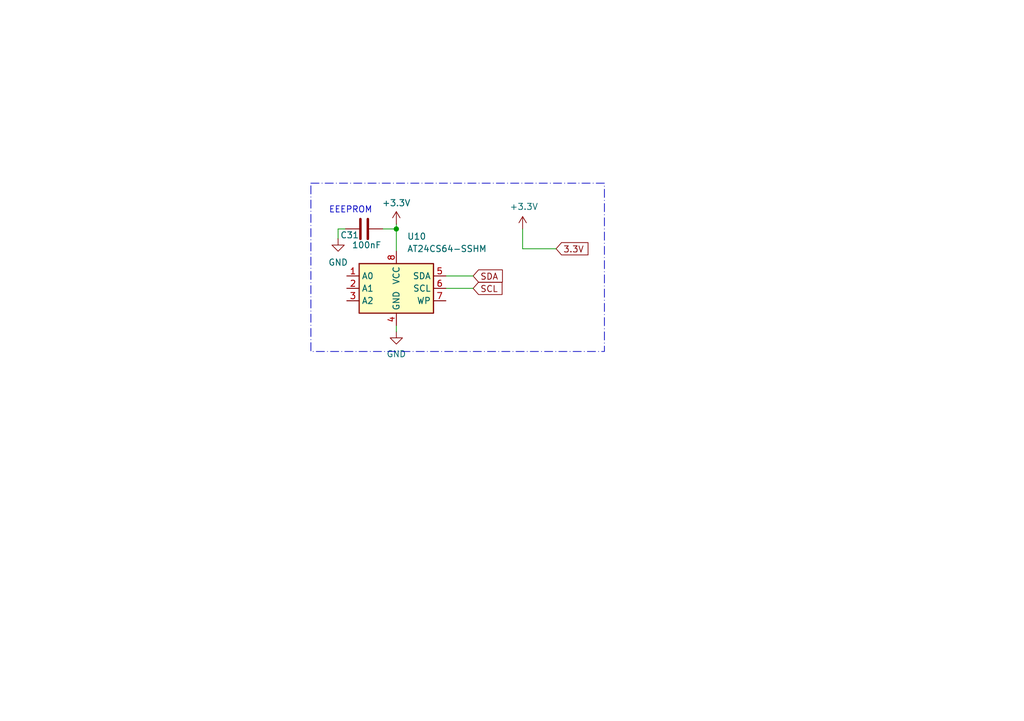
<source format=kicad_sch>
(kicad_sch (version 20231120) (generator "eeschema") (generator_version "8.0")
  (paper "A5")
  (title_block (title "Flash Memory") (rev "V1.0") (company "MyoGen Solutions") (comment 1 "Designed By Eng. Ndambia M."))
  (lib_symbols
    (symbol "Device:C" (pin_numbers hide) (pin_names (offset 0.254))
      (property "Reference" "C" (at 0.635 2.54 0))
      (property "Value" "C" (at 0.635 -2.54 0))
      (symbol "C_0_1"
        (polyline (pts (xy -2.032 -0.762) (xy 2.032 -0.762)) (stroke (width 0.508)))
        (polyline (pts (xy -2.032 0.762) (xy 2.032 0.762)) (stroke (width 0.508)))
      )
      (symbol "C_1_1"
        (pin passive line (at 0 3.81 270) (length 2.794) (name "~") (number "1"))
        (pin passive line (at 0 -3.81 90) (length 2.794) (name "~") (number "2"))
      )
    )
    (symbol "Memory_EEPROM:AT24CS64-SSHM"
      (property "Reference" "U" (at -7.62 6.35 0))
      (property "Value" "AT24CS64-SSHM" (at 2.54 -6.35 0))
      (symbol "AT24CS64-SSHM_1_1"
        (rectangle (start -7.62 5.08) (end 7.62 -5.08) (stroke (width 0.254)) (fill (type background)))
        (pin input line (at -10.16 2.54 0) (length 2.54) (name "A0") (number "1"))
        (pin input line (at -10.16 0 0) (length 2.54) (name "A1") (number "2"))
        (pin input line (at -10.16 -2.54 0) (length 2.54) (name "A2") (number "3"))
        (pin power_in line (at 0 -7.62 90) (length 2.54) (name "GND") (number "4"))
        (pin bidirectional line (at 10.16 2.54 180) (length 2.54) (name "SDA") (number "5"))
        (pin input line (at 10.16 0 180) (length 2.54) (name "SCL") (number "6"))
        (pin input line (at 10.16 -2.54 180) (length 2.54) (name "WP") (number "7"))
        (pin power_in line (at 0 7.62 270) (length 2.54) (name "VCC") (number "8"))
      )
    )
    (symbol "power:+3.3V" (power) (pin_numbers hide) (pin_names (offset 0) hide)
      (property "Value" "+3.3V" (at 0 3.556 0))
      (symbol "+3.3V_0_1"
        (polyline (pts (xy -0.762 1.27) (xy 0 2.54)))
        (polyline (pts (xy 0 0) (xy 0 2.54)))
        (polyline (pts (xy 0 2.54) (xy 0.762 1.27)))
      )
      (symbol "+3.3V_1_1"
        (pin power_in line (at 0 0 90) (length 0) (name "~") (number "1"))
      )
    )
    (symbol "power:GND" (power) (pin_numbers hide) (pin_names (offset 0) hide)
      (property "Value" "GND" (at 0 -3.81 0))
      (symbol "GND_0_1"
        (polyline (pts (xy 0 0) (xy 0 -1.27) (xy 1.27 -1.27) (xy 0 -2.54) (xy -1.27 -1.27) (xy 0 -1.27)))
      )
      (symbol "GND_1_1"
        (pin power_in line (at 0 0 270) (length 0) (name "~") (number "1"))
      )
    )
  )
  (junction (at 81.28 46.99))
  (wire (pts (xy 91.44 56.642) (xy 97.028 56.642)))
  (wire (pts (xy 70.866 46.99) (xy 69.342 46.99)))
  (wire (pts (xy 107.188 46.99) (xy 107.188 51.054)))
  (wire (pts (xy 81.28 45.974) (xy 81.28 46.99)))
  (wire (pts (xy 69.342 46.99) (xy 69.342 49.022)))
  (wire (pts (xy 91.44 59.182) (xy 97.028 59.182)))
  (wire (pts (xy 107.188 51.054) (xy 114.046 51.054)))
  (wire (pts (xy 78.486 46.99) (xy 81.28 46.99)))
  (wire (pts (xy 81.28 66.802) (xy 81.28 68.072)))
  (wire (pts (xy 81.28 46.99) (xy 81.28 51.562)))
  (rectangle (start 63.754 37.592) (end 123.952 72.136) (stroke (width 0) (type dash_dot)))
  (text "EEEPROM " (at 72.39 43.18 0) (effects (font (size 1.27 1.27))))
  (global_label "SDA" (shape input) (at 97.028 56.642 0) (property "Intersheetrefs" "${INTERSHEET_REFS}" (effects (hide yes))))
  (global_label "SCL" (shape input) (at 97.028 59.182 0) (property "Intersheetrefs" "${INTERSHEET_REFS}" (effects (hide yes))))
  (global_label "3.3V" (shape input) (at 114.046 51.054 0) (property "Intersheetrefs" "${INTERSHEET_REFS}" (effects (hide yes))))
  (symbol (lib_id "Device:C") (at 74.676 46.99 90) (unit 1)
    (property "Reference" "C31" (at 73.66 48.26 90) (effects (justify left)))
    (property "Value" "100nF" (at 78.232 50.292 90) (effects (justify left)))
    (property "Footprint" "Capacitor_SMD:C_0603_1608Metric" (effects (hide yes)))
    (property "Description" "Unpolarized capacitor" (effects (hide yes)))
  )
  (symbol (lib_id "power:GND") (at 69.342 49.022 0) (unit 1)
    (property "Reference" "#PWR045" (effects (hide yes)))
    (property "Value" "GND" (at 69.342 53.848 0))
    (property "Description" "Power symbol creates a global label with name \"GND\" , ground" (effects (hide yes)))
  )
  (symbol (lib_id "power:+3.3V") (at 81.28 45.974 0) (unit 1)
    (property "Reference" "#PWR046" (effects (hide yes)))
    (property "Value" "+3.3V" (at 81.28 41.656 0))
    (property "Description" "Power symbol creates a global label with name \"+3.3V\"" (effects (hide yes)))
  )
  (symbol (lib_id "power:GND") (at 81.28 68.072 0) (unit 1)
    (property "Reference" "#PWR047" (effects (hide yes)))
    (property "Value" "GND" (at 81.28 72.644 0))
    (property "Description" "Power symbol creates a global label with name \"GND\" , ground" (effects (hide yes)))
  )
  (symbol (lib_id "power:+3.3V") (at 107.188 46.99 0) (unit 1)
    (property "Reference" "#PWR048" (effects (hide yes)))
    (property "Value" "+3.3V" (at 107.442 42.418 0))
  )
  (symbol (lib_id "Memory_EEPROM:AT24CS64-SSHM") (at 81.28 59.182 0) (unit 1)
    (property "Reference" "U10" (at 83.4741 48.514 0) (effects (justify left)))
    (property "Value" "AT24CS64-SSHM" (at 83.4741 51.054 0) (effects (justify left)))
    (property "Footprint" "Package_SO:SOIC-8_3.9x4.9mm_P1.27mm" (effects (hide yes)))
    (property "Datasheet" "http://ww1.microchip.com/downloads/en/DeviceDoc/Atmel-8870-SEEPROM-AT24CS64-Datasheet.pdf" (effects (hide yes)))
    (property "Description" "I2C Serial EEPROM, 64Kb (8192x8) with Unique Serial Number, SO8" (effects (hide yes)))
  )
)
</source>
